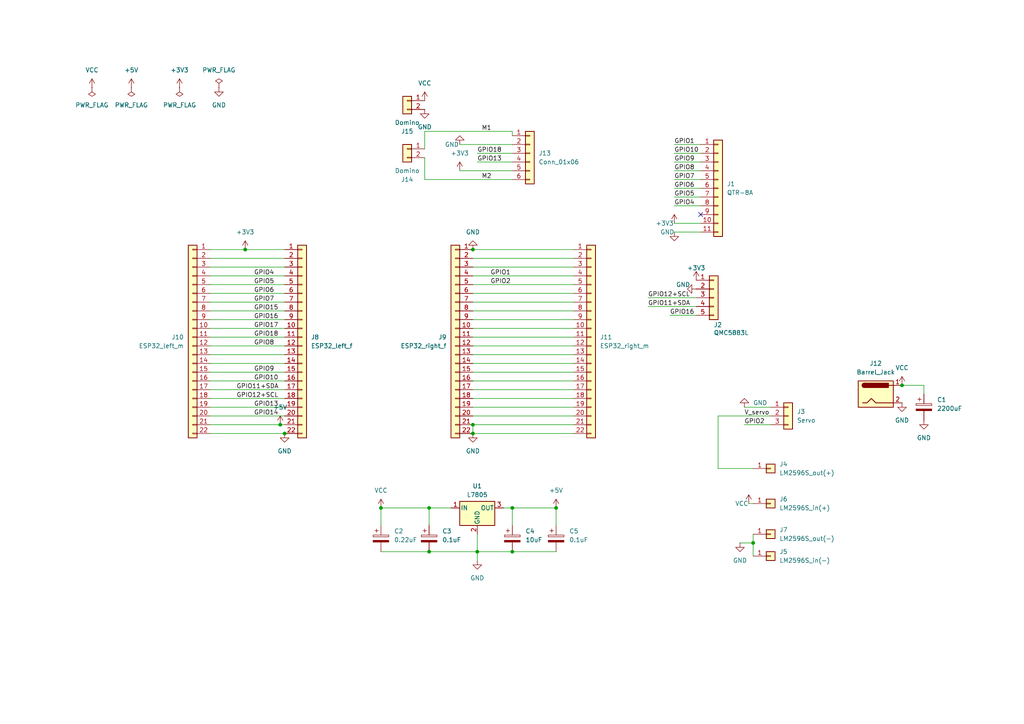
<source format=kicad_sch>
(kicad_sch (version 20250114) (generator "eeschema") (generator_version "9.0")
  (paper "A4")
  (lib_symbols
    (symbol "Connector:Barrel_Jack" (pin_names (offset 1.016))
      (property "Reference" "J" (at 0 5.334 0))
      (property "Value" "Barrel_Jack" (at 0 -5.08 0))
      (symbol "Barrel_Jack_0_1"
        (rectangle (start -5.08 3.81) (end 5.08 -3.81) (stroke (width 0.254)) (fill (type background)))
        (polyline (pts (xy -3.81 -2.54) (xy -2.54 -2.54) (xy -1.27 -1.27) (xy 0 -2.54) (xy 2.54 -2.54) (xy 5.08 -2.54)) (stroke (width 0.254)))
        (arc (start -3.302 1.905) (mid -3.9343 2.54) (end -3.302 3.175) (stroke (width 0.254)))
        (arc (start -3.302 1.905) (mid -3.9343 2.54) (end -3.302 3.175) (stroke (width 0.254)) (fill (type outline)))
        (rectangle (start 3.683 3.175) (end -3.302 1.905) (stroke (width 0.254)) (fill (type outline)))
        (polyline (pts (xy 5.08 2.54) (xy 3.81 2.54)) (stroke (width 0.254)))
      )
      (symbol "Barrel_Jack_1_1"
        (pin passive line (at 7.62 2.54 180) (length 2.54) (name "~") (number "1"))
        (pin passive line (at 7.62 -2.54 180) (length 2.54) (name "~") (number "2"))
      )
    )
    (symbol "Connector_Generic:Conn_01x01" (pin_names (offset 1.016) (hide yes))
      (property "Reference" "J" (at 0 2.54 0))
      (property "Value" "Conn_01x01" (at 0 -2.54 0))
      (symbol "Conn_01x01_1_1"
        (rectangle (start -1.27 1.27) (end 1.27 -1.27) (stroke (width 0.254)) (fill (type background)))
        (rectangle (start -1.27 0.127) (end 0 -0.127) (stroke (width 0.1524)))
        (pin passive line (at -5.08 0 0) (length 3.81) (name "Pin_1") (number "1"))
      )
    )
    (symbol "Connector_Generic:Conn_01x02" (pin_names (offset 1.016) (hide yes))
      (property "Reference" "J" (at 0 2.54 0))
      (property "Value" "Conn_01x02" (at 0 -5.08 0))
      (symbol "Conn_01x02_1_1"
        (rectangle (start -1.27 1.27) (end 1.27 -3.81) (stroke (width 0.254)) (fill (type background)))
        (rectangle (start -1.27 0.127) (end 0 -0.127) (stroke (width 0.1524)))
        (rectangle (start -1.27 -2.413) (end 0 -2.667) (stroke (width 0.1524)))
        (pin passive line (at -5.08 0 0) (length 3.81) (name "Pin_1") (number "1"))
        (pin passive line (at -5.08 -2.54 0) (length 3.81) (name "Pin_2") (number "2"))
      )
    )
    (symbol "Connector_Generic:Conn_01x03" (pin_names (offset 1.016) (hide yes))
      (property "Reference" "J" (at 0 5.08 0))
      (property "Value" "Conn_01x03" (at 0 -5.08 0))
      (symbol "Conn_01x03_1_1"
        (rectangle (start -1.27 3.81) (end 1.27 -3.81) (stroke (width 0.254)) (fill (type background)))
        (rectangle (start -1.27 2.667) (end 0 2.413) (stroke (width 0.1524)))
        (rectangle (start -1.27 0.127) (end 0 -0.127) (stroke (width 0.1524)))
        (rectangle (start -1.27 -2.413) (end 0 -2.667) (stroke (width 0.1524)))
        (pin passive line (at -5.08 2.54 0) (length 3.81) (name "Pin_1") (number "1"))
        (pin passive line (at -5.08 0 0) (length 3.81) (name "Pin_2") (number "2"))
        (pin passive line (at -5.08 -2.54 0) (length 3.81) (name "Pin_3") (number "3"))
      )
    )
    (symbol "Connector_Generic:Conn_01x05" (pin_names (offset 1.016) (hide yes))
      (property "Reference" "J" (at 0 7.62 0))
      (property "Value" "Conn_01x05" (at 0 -7.62 0))
      (symbol "Conn_01x05_1_1"
        (rectangle (start -1.27 6.35) (end 1.27 -6.35) (stroke (width 0.254)) (fill (type background)))
        (rectangle (start -1.27 5.207) (end 0 4.953) (stroke (width 0.1524)))
        (rectangle (start -1.27 2.667) (end 0 2.413) (stroke (width 0.1524)))
        (rectangle (start -1.27 0.127) (end 0 -0.127) (stroke (width 0.1524)))
        (rectangle (start -1.27 -2.413) (end 0 -2.667) (stroke (width 0.1524)))
        (rectangle (start -1.27 -4.953) (end 0 -5.207) (stroke (width 0.1524)))
        (pin passive line (at -5.08 5.08 0) (length 3.81) (name "Pin_1") (number "1"))
        (pin passive line (at -5.08 2.54 0) (length 3.81) (name "Pin_2") (number "2"))
        (pin passive line (at -5.08 0 0) (length 3.81) (name "Pin_3") (number "3"))
        (pin passive line (at -5.08 -2.54 0) (length 3.81) (name "Pin_4") (number "4"))
        (pin passive line (at -5.08 -5.08 0) (length 3.81) (name "Pin_5") (number "5"))
      )
    )
    (symbol "Connector_Generic:Conn_01x06" (pin_names (offset 1.016) (hide yes))
      (property "Reference" "J" (at 0 7.62 0))
      (property "Value" "Conn_01x06" (at 0 -10.16 0))
      (symbol "Conn_01x06_1_1"
        (rectangle (start -1.27 6.35) (end 1.27 -8.89) (stroke (width 0.254)) (fill (type background)))
        (rectangle (start -1.27 5.207) (end 0 4.953) (stroke (width 0.1524)))
        (rectangle (start -1.27 2.667) (end 0 2.413) (stroke (width 0.1524)))
        (rectangle (start -1.27 0.127) (end 0 -0.127) (stroke (width 0.1524)))
        (rectangle (start -1.27 -2.413) (end 0 -2.667) (stroke (width 0.1524)))
        (rectangle (start -1.27 -4.953) (end 0 -5.207) (stroke (width 0.1524)))
        (rectangle (start -1.27 -7.493) (end 0 -7.747) (stroke (width 0.1524)))
        (pin passive line (at -5.08 5.08 0) (length 3.81) (name "Pin_1") (number "1"))
        (pin passive line (at -5.08 2.54 0) (length 3.81) (name "Pin_2") (number "2"))
        (pin passive line (at -5.08 0 0) (length 3.81) (name "Pin_3") (number "3"))
        (pin passive line (at -5.08 -2.54 0) (length 3.81) (name "Pin_4") (number "4"))
        (pin passive line (at -5.08 -5.08 0) (length 3.81) (name "Pin_5") (number "5"))
        (pin passive line (at -5.08 -7.62 0) (length 3.81) (name "Pin_6") (number "6"))
      )
    )
    (symbol "Connector_Generic:Conn_01x11" (pin_names (offset 1.016) (hide yes))
      (property "Reference" "J" (at 0 15.24 0))
      (property "Value" "Conn_01x11" (at 0 -15.24 0))
      (symbol "Conn_01x11_1_1"
        (rectangle (start -1.27 13.97) (end 1.27 -13.97) (stroke (width 0.254)) (fill (type background)))
        (rectangle (start -1.27 12.827) (end 0 12.573) (stroke (width 0.1524)))
        (rectangle (start -1.27 10.287) (end 0 10.033) (stroke (width 0.1524)))
        (rectangle (start -1.27 7.747) (end 0 7.493) (stroke (width 0.1524)))
        (rectangle (start -1.27 5.207) (end 0 4.953) (stroke (width 0.1524)))
        (rectangle (start -1.27 2.667) (end 0 2.413) (stroke (width 0.1524)))
        (rectangle (start -1.27 0.127) (end 0 -0.127) (stroke (width 0.1524)))
        (rectangle (start -1.27 -2.413) (end 0 -2.667) (stroke (width 0.1524)))
        (rectangle (start -1.27 -4.953) (end 0 -5.207) (stroke (width 0.1524)))
        (rectangle (start -1.27 -7.493) (end 0 -7.747) (stroke (width 0.1524)))
        (rectangle (start -1.27 -10.033) (end 0 -10.287) (stroke (width 0.1524)))
        (rectangle (start -1.27 -12.573) (end 0 -12.827) (stroke (width 0.1524)))
        (pin passive line (at -5.08 12.7 0) (length 3.81) (name "Pin_1") (number "1"))
        (pin passive line (at -5.08 10.16 0) (length 3.81) (name "Pin_2") (number "2"))
        (pin passive line (at -5.08 7.62 0) (length 3.81) (name "Pin_3") (number "3"))
        (pin passive line (at -5.08 5.08 0) (length 3.81) (name "Pin_4") (number "4"))
        (pin passive line (at -5.08 2.54 0) (length 3.81) (name "Pin_5") (number "5"))
        (pin passive line (at -5.08 0 0) (length 3.81) (name "Pin_6") (number "6"))
        (pin passive line (at -5.08 -2.54 0) (length 3.81) (name "Pin_7") (number "7"))
        (pin passive line (at -5.08 -5.08 0) (length 3.81) (name "Pin_8") (number "8"))
        (pin passive line (at -5.08 -7.62 0) (length 3.81) (name "Pin_9") (number "9"))
        (pin passive line (at -5.08 -10.16 0) (length 3.81) (name "Pin_10") (number "10"))
        (pin passive line (at -5.08 -12.7 0) (length 3.81) (name "Pin_11") (number "11"))
      )
    )
    (symbol "Connector_Generic:Conn_01x22" (pin_names (offset 1.016) (hide yes))
      (property "Reference" "J" (at 0 27.94 0))
      (property "Value" "Conn_01x22" (at 0 -30.48 0))
      (symbol "Conn_01x22_1_1"
        (rectangle (start -1.27 26.67) (end 1.27 -29.21) (stroke (width 0.254)) (fill (type background)))
        (rectangle (start -1.27 25.527) (end 0 25.273) (stroke (width 0.1524)))
        (rectangle (start -1.27 22.987) (end 0 22.733) (stroke (width 0.1524)))
        (rectangle (start -1.27 20.447) (end 0 20.193) (stroke (width 0.1524)))
        (rectangle (start -1.27 17.907) (end 0 17.653) (stroke (width 0.1524)))
        (rectangle (start -1.27 15.367) (end 0 15.113) (stroke (width 0.1524)))
        (rectangle (start -1.27 12.827) (end 0 12.573) (stroke (width 0.1524)))
        (rectangle (start -1.27 10.287) (end 0 10.033) (stroke (width 0.1524)))
        (rectangle (start -1.27 7.747) (end 0 7.493) (stroke (width 0.1524)))
        (rectangle (start -1.27 5.207) (end 0 4.953) (stroke (width 0.1524)))
        (rectangle (start -1.27 2.667) (end 0 2.413) (stroke (width 0.1524)))
        (rectangle (start -1.27 0.127) (end 0 -0.127) (stroke (width 0.1524)))
        (rectangle (start -1.27 -2.413) (end 0 -2.667) (stroke (width 0.1524)))
        (rectangle (start -1.27 -4.953) (end 0 -5.207) (stroke (width 0.1524)))
        (rectangle (start -1.27 -7.493) (end 0 -7.747) (stroke (width 0.1524)))
        (rectangle (start -1.27 -10.033) (end 0 -10.287) (stroke (width 0.1524)))
        (rectangle (start -1.27 -12.573) (end 0 -12.827) (stroke (width 0.1524)))
        (rectangle (start -1.27 -15.113) (end 0 -15.367) (stroke (width 0.1524)))
        (rectangle (start -1.27 -17.653) (end 0 -17.907) (stroke (width 0.1524)))
        (rectangle (start -1.27 -20.193) (end 0 -20.447) (stroke (width 0.1524)))
        (rectangle (start -1.27 -22.733) (end 0 -22.987) (stroke (width 0.1524)))
        (rectangle (start -1.27 -25.273) (end 0 -25.527) (stroke (width 0.1524)))
        (rectangle (start -1.27 -27.813) (end 0 -28.067) (stroke (width 0.1524)))
        (pin passive line (at -5.08 25.4 0) (length 3.81) (name "Pin_1") (number "1"))
        (pin passive line (at -5.08 22.86 0) (length 3.81) (name "Pin_2") (number "2"))
        (pin passive line (at -5.08 20.32 0) (length 3.81) (name "Pin_3") (number "3"))
        (pin passive line (at -5.08 17.78 0) (length 3.81) (name "Pin_4") (number "4"))
        (pin passive line (at -5.08 15.24 0) (length 3.81) (name "Pin_5") (number "5"))
        (pin passive line (at -5.08 12.7 0) (length 3.81) (name "Pin_6") (number "6"))
        (pin passive line (at -5.08 10.16 0) (length 3.81) (name "Pin_7") (number "7"))
        (pin passive line (at -5.08 7.62 0) (length 3.81) (name "Pin_8") (number "8"))
        (pin passive line (at -5.08 5.08 0) (length 3.81) (name "Pin_9") (number "9"))
        (pin passive line (at -5.08 2.54 0) (length 3.81) (name "Pin_10") (number "10"))
        (pin passive line (at -5.08 0 0) (length 3.81) (name "Pin_11") (number "11"))
        (pin passive line (at -5.08 -2.54 0) (length 3.81) (name "Pin_12") (number "12"))
        (pin passive line (at -5.08 -5.08 0) (length 3.81) (name "Pin_13") (number "13"))
        (pin passive line (at -5.08 -7.62 0) (length 3.81) (name "Pin_14") (number "14"))
        (pin passive line (at -5.08 -10.16 0) (length 3.81) (name "Pin_15") (number "15"))
        (pin passive line (at -5.08 -12.7 0) (length 3.81) (name "Pin_16") (number "16"))
        (pin passive line (at -5.08 -15.24 0) (length 3.81) (name "Pin_17") (number "17"))
        (pin passive line (at -5.08 -17.78 0) (length 3.81) (name "Pin_18") (number "18"))
        (pin passive line (at -5.08 -20.32 0) (length 3.81) (name "Pin_19") (number "19"))
        (pin passive line (at -5.08 -22.86 0) (length 3.81) (name "Pin_20") (number "20"))
        (pin passive line (at -5.08 -25.4 0) (length 3.81) (name "Pin_21") (number "21"))
        (pin passive line (at -5.08 -27.94 0) (length 3.81) (name "Pin_22") (number "22"))
      )
    )
    (symbol "Device:C_Polarized" (pin_numbers (hide yes)) (pin_names (offset 0.254))
      (property "Reference" "C" (at 0.635 2.54 0))
      (property "Value" "C_Polarized" (at 0.635 -2.54 0))
      (symbol "C_Polarized_0_1"
        (rectangle (start -2.286 0.508) (end 2.286 1.016))
        (polyline (pts (xy -1.778 2.286) (xy -0.762 2.286)))
        (polyline (pts (xy -1.27 2.794) (xy -1.27 1.778)))
        (rectangle (start 2.286 -0.508) (end -2.286 -1.016) (fill (type outline)))
      )
      (symbol "C_Polarized_1_1"
        (pin passive line (at 0 3.81 270) (length 2.794) (name "~") (number "1"))
        (pin passive line (at 0 -3.81 90) (length 2.794) (name "~") (number "2"))
      )
    )
    (symbol "Regulator_Linear:L7805" (pin_names (offset 0.254))
      (property "Reference" "U" (at -3.81 3.175 0))
      (property "Value" "L7805" (at 0 3.175 0))
      (symbol "L7805_0_1"
        (rectangle (start -5.08 1.905) (end 5.08 -5.08) (stroke (width 0.254)) (fill (type background)))
      )
      (symbol "L7805_1_1"
        (pin power_in line (at -7.62 0 0) (length 2.54) (name "IN") (number "1"))
        (pin power_in line (at 0 -7.62 90) (length 2.54) (name "GND") (number "2"))
        (pin power_out line (at 7.62 0 180) (length 2.54) (name "OUT") (number "3"))
      )
    )
    (symbol "power:+3V3" (power) (pin_numbers (hide yes)) (pin_names (offset 0) (hide yes))
      (property "Value" "+3V3" (at 0 3.556 0))
      (symbol "+3V3_0_1"
        (polyline (pts (xy -0.762 1.27) (xy 0 2.54)))
        (polyline (pts (xy 0 2.54) (xy 0.762 1.27)))
        (polyline (pts (xy 0 0) (xy 0 2.54)))
      )
      (symbol "+3V3_1_1"
        (pin power_in line (at 0 0 90) (length 0) (name "~") (number "1"))
      )
    )
    (symbol "power:+5V" (power) (pin_numbers (hide yes)) (pin_names (offset 0) (hide yes))
      (property "Value" "+5V" (at 0 3.556 0))
      (symbol "+5V_0_1"
        (polyline (pts (xy -0.762 1.27) (xy 0 2.54)))
        (polyline (pts (xy 0 2.54) (xy 0.762 1.27)))
        (polyline (pts (xy 0 0) (xy 0 2.54)))
      )
      (symbol "+5V_1_1"
        (pin power_in line (at 0 0 90) (length 0) (name "~") (number "1"))
      )
    )
    (symbol "power:GND" (power) (pin_numbers (hide yes)) (pin_names (offset 0) (hide yes))
      (property "Value" "GND" (at 0 -3.81 0))
      (symbol "GND_0_1"
        (polyline (pts (xy 0 0) (xy 0 -1.27) (xy 1.27 -1.27) (xy 0 -2.54) (xy -1.27 -1.27) (xy 0 -1.27)))
      )
      (symbol "GND_1_1"
        (pin power_in line (at 0 0 270) (length 0) (name "~") (number "1"))
      )
    )
    (symbol "power:PWR_FLAG" (power) (pin_numbers (hide yes)) (pin_names (offset 0) (hide yes))
      (property "Value" "PWR_FLAG" (at 0 3.81 0))
      (symbol "PWR_FLAG_0_0"
        (pin power_out line (at 0 0 90) (length 0) (name "~") (number "1"))
      )
      (symbol "PWR_FLAG_0_1"
        (polyline (pts (xy 0 0) (xy 0 1.27) (xy -1.016 1.905) (xy 0 2.54) (xy 1.016 1.905) (xy 0 1.27)))
      )
    )
    (symbol "power:VCC" (power) (pin_numbers (hide yes)) (pin_names (offset 0) (hide yes))
      (property "Value" "VCC" (at 0 3.556 0))
      (symbol "VCC_0_1"
        (polyline (pts (xy -0.762 1.27) (xy 0 2.54)))
        (polyline (pts (xy 0 2.54) (xy 0.762 1.27)))
        (polyline (pts (xy 0 0) (xy 0 2.54)))
      )
      (symbol "VCC_1_1"
        (pin power_in line (at 0 0 90) (length 0) (name "~") (number "1"))
      )
    )
  )
  (junction (at 110.49 147.32))
  (junction (at 124.46 160.02))
  (junction (at 71.12 72.39))
  (junction (at 82.55 125.73))
  (junction (at 218.44 157.48))
  (junction (at 138.43 160.02))
  (junction (at 161.29 147.32))
  (junction (at 148.59 147.32))
  (junction (at 137.16 123.19))
  (junction (at 148.59 160.02))
  (junction (at 81.28 123.19))
  (junction (at 261.62 111.76))
  (junction (at 137.16 72.39))
  (junction (at 124.46 147.32))
  (junction (at 137.16 125.73))
  (no_connect (at 203.2 62.23))
  (wire (pts (xy 166.37 105.41) (xy 137.16 105.41)))
  (wire (pts (xy 218.44 157.48) (xy 218.44 161.29)))
  (wire (pts (xy 195.58 67.31) (xy 203.2 67.31)))
  (wire (pts (xy 138.43 44.45) (xy 148.59 44.45)))
  (wire (pts (xy 166.37 107.95) (xy 137.16 107.95)))
  (wire (pts (xy 166.37 123.19) (xy 137.16 123.19)))
  (wire (pts (xy 195.58 41.91) (xy 203.2 41.91)))
  (wire (pts (xy 60.96 90.17) (xy 82.55 90.17)))
  (wire (pts (xy 123.19 38.1) (xy 148.59 38.1)))
  (wire (pts (xy 166.37 95.25) (xy 137.16 95.25)))
  (wire (pts (xy 195.58 44.45) (xy 203.2 44.45)))
  (wire (pts (xy 215.9 118.11) (xy 223.52 118.11)))
  (wire (pts (xy 161.29 152.4) (xy 161.29 147.32)))
  (wire (pts (xy 60.96 105.41) (xy 82.55 105.41)))
  (wire (pts (xy 146.05 147.32) (xy 148.59 147.32)))
  (wire (pts (xy 148.59 38.1) (xy 148.59 39.37)))
  (wire (pts (xy 124.46 147.32) (xy 124.46 152.4)))
  (wire (pts (xy 166.37 87.63) (xy 137.16 87.63)))
  (wire (pts (xy 166.37 100.33) (xy 137.16 100.33)))
  (wire (pts (xy 195.58 52.07) (xy 203.2 52.07)))
  (wire (pts (xy 60.96 125.73) (xy 82.55 125.73)))
  (wire (pts (xy 166.37 102.87) (xy 137.16 102.87)))
  (wire (pts (xy 166.37 82.55) (xy 137.16 82.55)))
  (wire (pts (xy 124.46 147.32) (xy 130.81 147.32)))
  (wire (pts (xy 60.96 72.39) (xy 71.12 72.39)))
  (wire (pts (xy 195.58 57.15) (xy 203.2 57.15)))
  (wire (pts (xy 138.43 162.56) (xy 138.43 160.02)))
  (wire (pts (xy 60.96 123.19) (xy 81.28 123.19)))
  (wire (pts (xy 60.96 100.33) (xy 82.55 100.33)))
  (wire (pts (xy 214.63 157.48) (xy 218.44 157.48)))
  (wire (pts (xy 138.43 46.99) (xy 148.59 46.99)))
  (wire (pts (xy 166.37 115.57) (xy 137.16 115.57)))
  (wire (pts (xy 195.58 54.61) (xy 203.2 54.61)))
  (wire (pts (xy 138.43 160.02) (xy 138.43 154.94)))
  (wire (pts (xy 60.96 85.09) (xy 82.55 85.09)))
  (wire (pts (xy 110.49 147.32) (xy 124.46 147.32)))
  (wire (pts (xy 166.37 113.03) (xy 137.16 113.03)))
  (wire (pts (xy 166.37 97.79) (xy 137.16 97.79)))
  (wire (pts (xy 195.58 46.99) (xy 203.2 46.99)))
  (wire (pts (xy 208.28 120.65) (xy 223.52 120.65)))
  (wire (pts (xy 215.9 123.19) (xy 223.52 123.19)))
  (wire (pts (xy 166.37 125.73) (xy 137.16 125.73)))
  (wire (pts (xy 133.35 41.91) (xy 148.59 41.91)))
  (wire (pts (xy 138.43 160.02) (xy 148.59 160.02)))
  (wire (pts (xy 137.16 123.19) (xy 137.16 125.73)))
  (wire (pts (xy 208.28 120.65) (xy 208.28 135.89)))
  (wire (pts (xy 60.96 110.49) (xy 82.55 110.49)))
  (wire (pts (xy 195.58 49.53) (xy 203.2 49.53)))
  (wire (pts (xy 166.37 72.39) (xy 137.16 72.39)))
  (wire (pts (xy 123.19 45.72) (xy 123.19 52.07)))
  (wire (pts (xy 148.59 160.02) (xy 161.29 160.02)))
  (wire (pts (xy 60.96 87.63) (xy 82.55 87.63)))
  (wire (pts (xy 195.58 59.69) (xy 203.2 59.69)))
  (wire (pts (xy 110.49 152.4) (xy 110.49 147.32)))
  (wire (pts (xy 133.35 49.53) (xy 148.59 49.53)))
  (wire (pts (xy 166.37 80.01) (xy 137.16 80.01)))
  (wire (pts (xy 218.44 154.94) (xy 218.44 157.48)))
  (wire (pts (xy 60.96 102.87) (xy 82.55 102.87)))
  (wire (pts (xy 166.37 74.93) (xy 137.16 74.93)))
  (wire (pts (xy 267.97 111.76) (xy 267.97 114.3)))
  (wire (pts (xy 123.19 52.07) (xy 148.59 52.07)))
  (wire (pts (xy 166.37 85.09) (xy 137.16 85.09)))
  (wire (pts (xy 110.49 160.02) (xy 124.46 160.02)))
  (wire (pts (xy 71.12 72.39) (xy 82.55 72.39)))
  (wire (pts (xy 166.37 120.65) (xy 137.16 120.65)))
  (wire (pts (xy 60.96 120.65) (xy 82.55 120.65)))
  (wire (pts (xy 60.96 82.55) (xy 82.55 82.55)))
  (wire (pts (xy 208.28 135.89) (xy 218.44 135.89)))
  (wire (pts (xy 60.96 95.25) (xy 82.55 95.25)))
  (wire (pts (xy 60.96 77.47) (xy 82.55 77.47)))
  (wire (pts (xy 60.96 118.11) (xy 82.55 118.11)))
  (wire (pts (xy 166.37 77.47) (xy 137.16 77.47)))
  (wire (pts (xy 187.96 88.9) (xy 201.93 88.9)))
  (wire (pts (xy 60.96 74.93) (xy 82.55 74.93)))
  (wire (pts (xy 166.37 110.49) (xy 137.16 110.49)))
  (wire (pts (xy 166.37 90.17) (xy 137.16 90.17)))
  (wire (pts (xy 218.44 146.05) (xy 217.17 146.05)))
  (wire (pts (xy 60.96 115.57) (xy 82.55 115.57)))
  (wire (pts (xy 60.96 92.71) (xy 82.55 92.71)))
  (wire (pts (xy 81.28 123.19) (xy 82.55 123.19)))
  (wire (pts (xy 124.46 160.02) (xy 138.43 160.02)))
  (wire (pts (xy 166.37 118.11) (xy 137.16 118.11)))
  (wire (pts (xy 148.59 147.32) (xy 161.29 147.32)))
  (wire (pts (xy 123.19 43.18) (xy 123.19 38.1)))
  (wire (pts (xy 148.59 152.4) (xy 148.59 147.32)))
  (wire (pts (xy 261.62 111.76) (xy 267.97 111.76)))
  (wire (pts (xy 194.31 91.44) (xy 201.93 91.44)))
  (wire (pts (xy 195.58 64.77) (xy 203.2 64.77)))
  (wire (pts (xy 166.37 92.71) (xy 137.16 92.71)))
  (wire (pts (xy 60.96 113.03) (xy 82.55 113.03)))
  (wire (pts (xy 187.96 86.36) (xy 201.93 86.36)))
  (wire (pts (xy 60.96 107.95) (xy 82.55 107.95)))
  (wire (pts (xy 60.96 80.01) (xy 82.55 80.01)))
  (wire (pts (xy 60.96 97.79) (xy 82.55 97.79)))
  (label "GPIO9" (at 73.66 107.95 0))
  (label "GPIO6" (at 73.66 85.09 0))
  (label "GPIO12+SCL" (at 68.58 115.57 0))
  (label "GPIO6" (at 195.58 54.61 0))
  (label "GPIO16" (at 73.66 92.71 0))
  (label "GPIO12+SCL" (at 187.96 86.36 0))
  (label "GPIO17" (at 73.66 95.25 0))
  (label "V_servo" (at 215.9 120.65 0))
  (label "GPIO5" (at 195.58 57.15 0))
  (label "GPIO1" (at 142.24 80.01 0))
  (label "GPIO13" (at 73.66 118.11 0))
  (label "GPIO15" (at 73.66 90.17 0))
  (label "GPIO7" (at 195.58 52.07 0))
  (label "GPIO10" (at 73.66 110.49 0))
  (label "GPIO8" (at 73.66 100.33 0))
  (label "GPIO2" (at 215.9 123.19 0))
  (label "GPIO10" (at 195.58 44.45 0))
  (label "GPIO11+SDA" (at 187.96 88.9 0))
  (label "GPIO11+SDA" (at 68.58 113.03 0))
  (label "GPIO14" (at 73.66 120.65 0))
  (label "M2" (at 139.7 52.07 0))
  (label "GPIO18" (at 138.43 44.45 0))
  (label "GPIO1" (at 195.58 41.91 0))
  (label "GPIO8" (at 195.58 49.53 0))
  (label "GPIO4" (at 73.66 80.01 0))
  (label "GPIO4" (at 195.58 59.69 0))
  (label "GPIO2" (at 142.24 82.55 0))
  (label "GPIO7" (at 73.66 87.63 0))
  (label "M1" (at 139.7 38.1 0))
  (label "GPIO9" (at 195.58 46.99 0))
  (label "GPIO5" (at 73.66 82.55 0))
  (label "GPIO13" (at 138.43 46.99 0))
  (label "GPIO16" (at 194.31 91.44 0))
  (label "GPIO18" (at 73.66 97.79 0))
  (symbol (lib_id "power:+3V3") (at 71.12 72.39 0) (unit 1)
    (property "Reference" "#PWR01" (effects (hide yes)))
    (property "Value" "+3V3" (at 71.12 67.31 0))
    (property "Description" "Power symbol creates a global label with name \"+3V3\"" (effects (hide yes)))
  )
  (symbol (lib_id "power:+3V3") (at 195.58 64.77 0) (unit 1)
    (property "Reference" "#PWR06" (effects (hide yes)))
    (property "Value" "+3V3" (at 192.786 64.77 0))
    (property "Description" "Power symbol creates a global label with name \"+3V3\"" (effects (hide yes)))
  )
  (symbol (lib_id "Connector_Generic:Conn_01x22") (at 55.88 97.79 0) (mirror y) (unit 1)
    (property "Reference" "J10" (at 53.34 97.7899 0) (effects (justify left)))
    (property "Value" "ESP32_left_m" (at 53.34 100.3299 0) (effects (justify left)))
    (property "Footprint" "Connector_PinHeader_2.54mm:PinHeader_1x22_P2.54mm_Vertical" (effects (hide yes)))
    (property "Description" "Generic connector, single row, 01x22, script generated (kicad-library-utils/schlib/autogen/connector/)" (effects (hide yes)))
  )
  (symbol (lib_id "power:PWR_FLAG") (at 52.07 25.4 180) (unit 1)
    (property "Reference" "#FLG02" (effects (hide yes)))
    (property "Value" "PWR_FLAG" (at 52.07 30.48 0))
    (property "Description" "Special symbol for telling ERC where power comes from" (effects (hide yes)))
  )
  (symbol (lib_id "Connector_Generic:Conn_01x11") (at 208.28 54.61 0) (unit 1)
    (property "Reference" "J1" (at 210.82 53.3399 0) (effects (justify left)))
    (property "Value" "QTR-8A" (at 210.82 55.8799 0) (effects (justify left)))
    (property "Footprint" "Connector_JST:JST_XH_B11B-XH-A_1x11_P2.50mm_Vertical" (effects (hide yes)))
    (property "Description" "Generic connector, single row, 01x11, script generated (kicad-library-utils/schlib/autogen/connector/)" (effects (hide yes)))
  )
  (symbol (lib_id "Connector_Generic:Conn_01x01") (at 223.52 146.05 0) (unit 1)
    (property "Reference" "J6" (at 226.06 144.7799 0) (effects (justify left)))
    (property "Value" "LM2596S_in(+)" (at 226.06 147.3199 0) (effects (justify left)))
    (property "Footprint" "Connector_PinSocket_2.54mm:PinSocket_1x01_P2.54mm_Vertical" (effects (hide yes)))
    (property "Description" "Generic connector, single row, 01x01, script generated (kicad-library-utils/schlib/autogen/connector/)" (effects (hide yes)))
  )
  (symbol (lib_id "power:GND") (at 261.62 116.84 0) (unit 1)
    (property "Reference" "#PWR013" (effects (hide yes)))
    (property "Value" "GND" (at 261.62 121.92 0))
    (property "Description" "Power symbol creates a global label with name \"GND\" , ground" (effects (hide yes)))
  )
  (symbol (lib_id "power:+5V") (at 38.1 25.4 0) (unit 1)
    (property "Reference" "#PWR016" (effects (hide yes)))
    (property "Value" "+5V" (at 38.1 20.32 0))
    (property "Description" "Power symbol creates a global label with name \"+5V\"" (effects (hide yes)))
  )
  (symbol (lib_id "power:VCC") (at 217.17 146.05 0) (unit 1)
    (property "Reference" "#PWR011" (effects (hide yes)))
    (property "Value" "VCC" (at 215.138 146.05 0))
    (property "Description" "Power symbol creates a global label with name \"VCC\"" (effects (hide yes)))
  )
  (symbol (lib_id "power:PWR_FLAG") (at 63.5 25.4 0) (unit 1)
    (property "Reference" "#FLG03" (effects (hide yes)))
    (property "Value" "PWR_FLAG" (at 63.5 20.32 0))
    (property "Description" "Special symbol for telling ERC where power comes from" (effects (hide yes)))
  )
  (symbol (lib_id "Connector_Generic:Conn_01x22") (at 132.08 97.79 0) (mirror y) (unit 1)
    (property "Reference" "J9" (at 129.54 97.7899 0) (effects (justify left)))
    (property "Value" "ESP32_right_f" (at 129.54 100.3299 0) (effects (justify left)))
    (property "Footprint" "Connector_PinSocket_2.54mm:PinSocket_1x22_P2.54mm_Vertical" (effects (hide yes)))
    (property "Description" "Generic connector, single row, 01x22, script generated (kicad-library-utils/schlib/autogen/connector/)" (effects (hide yes)))
  )
  (symbol (lib_id "power:GND") (at 201.93 83.82 270) (unit 1)
    (property "Reference" "#PWR012" (effects (hide yes)))
    (property "Value" "GND" (at 198.12 82.55 90))
    (property "Description" "Power symbol creates a global label with name \"GND\" , ground" (effects (hide yes)))
  )
  (symbol (lib_id "power:GND") (at 133.35 41.91 180) (unit 1)
    (property "Reference" "#PWR021" (effects (hide yes)))
    (property "Value" "GND" (at 131.064 41.91 0))
    (property "Description" "Power symbol creates a global label with name \"GND\" , ground" (effects (hide yes)))
  )
  (symbol (lib_id "power:VCC") (at 261.62 111.76 0) (unit 1)
    (property "Reference" "#PWR014" (effects (hide yes)))
    (property "Value" "VCC" (at 261.62 106.68 0))
    (property "Description" "Power symbol creates a global label with name \"VCC\"" (effects (hide yes)))
  )
  (symbol (lib_id "power:GND") (at 215.9 118.11 180) (unit 1)
    (property "Reference" "#PWR09" (effects (hide yes)))
    (property "Value" "GND" (at 218.44 116.8399 0) (effects (justify right)))
    (property "Description" "Power symbol creates a global label with name \"GND\" , ground" (effects (hide yes)))
  )
  (symbol (lib_id "Device:C_Polarized") (at 161.29 156.21 0) (unit 1)
    (property "Reference" "C5" (at 165.1 154.0509 0) (effects (justify left)))
    (property "Value" "0.1uF" (at 165.1 156.5909 0) (effects (justify left)))
    (property "Footprint" "Capacitor_THT:CP_Radial_Tantal_D4.5mm_P2.50mm" (effects (hide yes)))
    (property "Description" "Polarized capacitor" (effects (hide yes)))
  )
  (symbol (lib_id "Connector:Barrel_Jack") (at 254 114.3 0) (unit 1)
    (property "Reference" "J12" (at 254 105.41 0))
    (property "Value" "Barrel_Jack" (at 254 107.95 0))
    (property "Footprint" "Connector_BarrelJack:BarrelJack_GCT_DCJ200-10-A_Horizontal" (effects (hide yes)))
    (property "Description" "DC Barrel Jack" (effects (hide yes)))
  )
  (symbol (lib_id "Connector_Generic:Conn_01x01") (at 223.52 154.94 0) (unit 1)
    (property "Reference" "J7" (at 226.06 153.6699 0) (effects (justify left)))
    (property "Value" "LM2596S_out(-)" (at 226.06 156.2099 0) (effects (justify left)))
    (property "Footprint" "Connector_PinSocket_2.54mm:PinSocket_1x01_P2.54mm_Vertical" (effects (hide yes)))
    (property "Description" "Generic connector, single row, 01x01, script generated (kicad-library-utils/schlib/autogen/connector/)" (effects (hide yes)))
  )
  (symbol (lib_id "Device:C_Polarized") (at 267.97 118.11 0) (unit 1)
    (property "Reference" "C1" (at 271.78 115.9509 0) (effects (justify left)))
    (property "Value" "2200uF" (at 271.78 118.4909 0) (effects (justify left)))
    (property "Footprint" "Capacitor_THT:CP_Radial_D10.0mm_P5.00mm" (effects (hide yes)))
    (property "Description" "Polarized capacitor" (effects (hide yes)))
  )
  (symbol (lib_id "power:VCC") (at 123.19 29.21 0) (unit 1)
    (property "Reference" "#PWR022" (effects (hide yes)))
    (property "Value" "VCC" (at 123.19 24.13 0))
    (property "Description" "Power symbol creates a global label with name \"VCC\"" (effects (hide yes)))
  )
  (symbol (lib_id "Connector_Generic:Conn_01x03") (at 228.6 120.65 0) (unit 1)
    (property "Reference" "J3" (at 231.14 119.3799 0) (effects (justify left)))
    (property "Value" "Servo" (at 231.14 121.9199 0) (effects (justify left)))
    (property "Footprint" "Connector_JST:JST_XH_B3B-XH-A_1x03_P2.50mm_Vertical" (effects (hide yes)))
    (property "Description" "Generic connector, single row, 01x03, script generated (kicad-library-utils/schlib/autogen/connector/)" (effects (hide yes)))
  )
  (symbol (lib_id "power:GND") (at 82.55 125.73 0) (unit 1)
    (property "Reference" "#PWR03" (effects (hide yes)))
    (property "Value" "GND" (at 82.55 130.81 0))
    (property "Description" "Power symbol creates a global label with name \"GND\" , ground" (effects (hide yes)))
  )
  (symbol (lib_id "Connector_Generic:Conn_01x02") (at 118.11 29.21 0) (mirror y) (unit 1)
    (property "Reference" "J15" (at 118.11 38.1 0))
    (property "Value" "Domino" (at 118.11 35.56 0))
    (property "Footprint" "TerminalBlock_Phoenix:TerminalBlock_Phoenix_MKDS-1,5-2_1x02_P5.00mm_Horizontal" (effects (hide yes)))
    (property "Description" "Generic connector, single row, 01x02, script generated (kicad-library-utils/schlib/autogen/connector/)" (effects (hide yes)))
  )
  (symbol (lib_id "power:+5V") (at 81.28 123.19 0) (unit 1)
    (property "Reference" "#PWR02" (effects (hide yes)))
    (property "Value" "+5V" (at 81.28 118.11 0))
    (property "Description" "Power symbol creates a global label with name \"+5V\"" (effects (hide yes)))
  )
  (symbol (lib_id "Connector_Generic:Conn_01x06") (at 153.67 44.45 0) (unit 1)
    (property "Reference" "J13" (at 156.21 44.4499 0) (effects (justify left)))
    (property "Value" "Conn_01x06" (at 156.21 46.9899 0) (effects (justify left)))
    (property "Footprint" "Connector_JST:JST_XH_B6B-XH-A_1x06_P2.50mm_Vertical" (effects (hide yes)))
    (property "Description" "Generic connector, single row, 01x06, script generated (kicad-library-utils/schlib/autogen/connector/)" (effects (hide yes)))
  )
  (symbol (lib_id "power:+3V3") (at 133.35 49.53 0) (unit 1)
    (property "Reference" "#PWR020" (effects (hide yes)))
    (property "Value" "+3V3" (at 133.35 44.45 0))
    (property "Description" "Power symbol creates a global label with name \"+3V3\"" (effects (hide yes)))
  )
  (symbol (lib_id "Connector_Generic:Conn_01x22") (at 171.45 97.79 0) (unit 1)
    (property "Reference" "J11" (at 173.99 97.7899 0) (effects (justify left)))
    (property "Value" "ESP32_right_m" (at 173.99 100.3299 0) (effects (justify left)))
    (property "Footprint" "Connector_PinHeader_2.54mm:PinHeader_1x22_P2.54mm_Vertical" (effects (hide yes)))
    (property "Description" "Generic connector, single row, 01x22, script generated (kicad-library-utils/schlib/autogen/connector/)" (effects (hide yes)))
  )
  (symbol (lib_id "power:GND") (at 63.5 25.4 0) (unit 1)
    (property "Reference" "#PWR018" (effects (hide yes)))
    (property "Value" "GND" (at 63.5 30.48 0))
    (property "Description" "Power symbol creates a global label with name \"GND\" , ground" (effects (hide yes)))
  )
  (symbol (lib_id "power:GND") (at 195.58 67.31 0) (unit 1)
    (property "Reference" "#PWR07" (effects (hide yes)))
    (property "Value" "GND" (at 193.548 67.31 0))
    (property "Description" "Power symbol creates a global label with name \"GND\" , ground" (effects (hide yes)))
  )
  (symbol (lib_id "power:GND") (at 137.16 72.39 0) (mirror x) (unit 1)
    (property "Reference" "#PWR05" (effects (hide yes)))
    (property "Value" "GND" (at 137.16 67.31 0))
    (property "Description" "Power symbol creates a global label with name \"GND\" , ground" (effects (hide yes)))
  )
  (symbol (lib_id "Device:C_Polarized") (at 124.46 156.21 0) (unit 1)
    (property "Reference" "C3" (at 128.27 154.0509 0) (effects (justify left)))
    (property "Value" "0.1uF" (at 128.27 156.5909 0) (effects (justify left)))
    (property "Footprint" "Capacitor_THT:CP_Radial_Tantal_D4.5mm_P2.50mm" (effects (hide yes)))
    (property "Description" "Polarized capacitor" (effects (hide yes)))
  )
  (symbol (lib_id "power:GND") (at 267.97 121.92 0) (unit 1)
    (property "Reference" "#PWR015" (effects (hide yes)))
    (property "Value" "GND" (at 267.97 127 0))
    (property "Description" "Power symbol creates a global label with name \"GND\" , ground" (effects (hide yes)))
  )
  (symbol (lib_id "power:PWR_FLAG") (at 26.67 25.4 180) (unit 1)
    (property "Reference" "#FLG04" (effects (hide yes)))
    (property "Value" "PWR_FLAG" (at 26.67 30.48 0))
    (property "Description" "Special symbol for telling ERC where power comes from" (effects (hide yes)))
  )
  (symbol (lib_id "Connector_Generic:Conn_01x02") (at 118.11 43.18 0) (mirror y) (unit 1)
    (property "Reference" "J14" (at 118.11 52.07 0))
    (property "Value" "Domino" (at 118.11 49.53 0))
    (property "Footprint" "TerminalBlock_Phoenix:TerminalBlock_Phoenix_MKDS-1,5-2_1x02_P5.00mm_Horizontal" (effects (hide yes)))
    (property "Description" "Generic connector, single row, 01x02, script generated (kicad-library-utils/schlib/autogen/connector/)" (effects (hide yes)))
  )
  (symbol (lib_id "Device:C_Polarized") (at 148.59 156.21 0) (unit 1)
    (property "Reference" "C4" (at 152.4 154.0509 0) (effects (justify left)))
    (property "Value" "10uF" (at 152.4 156.5909 0) (effects (justify left)))
    (property "Footprint" "Capacitor_THT:CP_Radial_D5.0mm_P2.00mm" (effects (hide yes)))
    (property "Description" "Polarized capacitor" (effects (hide yes)))
  )
  (symbol (lib_id "Regulator_Linear:L7805") (at 138.43 147.32 0) (unit 1)
    (property "Reference" "U1" (at 138.43 140.97 0))
    (property "Value" "L7805" (at 138.43 143.51 0))
    (property "Footprint" "Package_TO_SOT_THT:TO-220-3_Horizontal_TabDown" (effects (hide yes)))
    (property "Datasheet" "http://www.st.com/content/ccc/resource/technical/document/datasheet/41/4f/b3/b0/12/d4/47/88/CD00000444.pdf/files/CD00000444.pdf/jcr:content/translations/en.CD00000444.pdf" (effects (hide yes)))
    (property "Description" "Positive 1.5A 35V Linear Regulator, Fixed Output 5V, TO-220/TO-263/TO-252" (effects (hide yes)))
  )
  (symbol (lib_id "Connector_Generic:Conn_01x05") (at 207.01 86.36 0) (unit 1)
    (property "Reference" "J2" (at 207.01 94.234 0) (effects (justify left)))
    (property "Value" "QMC5883L" (at 207.01 96.52 0) (effects (justify left)))
    (property "Footprint" "Connector_PinSocket_2.54mm:PinSocket_1x05_P2.54mm_Vertical" (effects (hide yes)))
    (property "Description" "Generic connector, single row, 01x05, script generated (kicad-library-utils/schlib/autogen/connector/)" (effects (hide yes)))
  )
  (symbol (lib_id "power:GND") (at 123.19 31.75 0) (unit 1)
    (property "Reference" "#PWR023" (effects (hide yes)))
    (property "Value" "GND" (at 123.19 36.83 0))
    (property "Description" "Power symbol creates a global label with name \"GND\" , ground" (effects (hide yes)))
  )
  (symbol (lib_id "Device:C_Polarized") (at 110.49 156.21 0) (unit 1)
    (property "Reference" "C2" (at 114.3 154.0509 0) (effects (justify left)))
    (property "Value" "0.22uF" (at 114.3 156.5909 0) (effects (justify left)))
    (property "Footprint" "Capacitor_THT:CP_Radial_D5.0mm_P2.00mm" (effects (hide yes)))
    (property "Description" "Polarized capacitor" (effects (hide yes)))
  )
  (symbol (lib_id "power:GND") (at 214.63 157.48 0) (unit 1)
    (property "Reference" "#PWR010" (effects (hide yes)))
    (property "Value" "GND" (at 214.63 162.56 0))
    (property "Description" "Power symbol creates a global label with name \"GND\" , ground" (effects (hide yes)))
  )
  (symbol (lib_id "power:+3V3") (at 52.07 25.4 0) (unit 1)
    (property "Reference" "#PWR017" (effects (hide yes)))
    (property "Value" "+3V3" (at 52.07 20.32 0))
    (property "Description" "Power symbol creates a global label with name \"+3V3\"" (effects (hide yes)))
  )
  (symbol (lib_id "power:+5V") (at 161.29 147.32 0) (unit 1)
    (property "Reference" "#PWR026" (effects (hide yes)))
    (property "Value" "+5V" (at 161.29 142.24 0))
    (property "Description" "Power symbol creates a global label with name \"+5V\"" (effects (hide yes)))
  )
  (symbol (lib_id "power:GND") (at 138.43 162.56 0) (unit 1)
    (property "Reference" "#PWR024" (effects (hide yes)))
    (property "Value" "GND" (at 138.43 167.64 0))
    (property "Description" "Power symbol creates a global label with name \"GND\" , ground" (effects (hide yes)))
  )
  (symbol (lib_id "power:PWR_FLAG") (at 38.1 25.4 180) (unit 1)
    (property "Reference" "#FLG01" (effects (hide yes)))
    (property "Value" "PWR_FLAG" (at 38.1 30.48 0))
    (property "Description" "Special symbol for telling ERC where power comes from" (effects (hide yes)))
  )
  (symbol (lib_id "Connector_Generic:Conn_01x22") (at 87.63 97.79 0) (unit 1)
    (property "Reference" "J8" (at 90.17 97.7899 0) (effects (justify left)))
    (property "Value" "ESP32_left_f" (at 90.17 100.3299 0) (effects (justify left)))
    (property "Footprint" "Connector_PinSocket_2.54mm:PinSocket_1x22_P2.54mm_Vertical" (effects (hide yes)))
    (property "Description" "Generic connector, single row, 01x22, script generated (kicad-library-utils/schlib/autogen/connector/)" (effects (hide yes)))
  )
  (symbol (lib_id "power:VCC") (at 26.67 25.4 0) (unit 1)
    (property "Reference" "#PWR019" (effects (hide yes)))
    (property "Value" "VCC" (at 26.67 20.32 0))
    (property "Description" "Power symbol creates a global label with name \"VCC\"" (effects (hide yes)))
  )
  (symbol (lib_id "power:VCC") (at 110.49 147.32 0) (unit 1)
    (property "Reference" "#PWR025" (effects (hide yes)))
    (property "Value" "VCC" (at 110.49 142.24 0))
    (property "Description" "Power symbol creates a global label with name \"VCC\"" (effects (hide yes)))
  )
  (symbol (lib_id "power:GND") (at 137.16 125.73 0) (unit 1)
    (property "Reference" "#PWR04" (effects (hide yes)))
    (property "Value" "GND" (at 137.16 130.81 0))
    (property "Description" "Power symbol creates a global label with name \"GND\" , ground" (effects (hide yes)))
  )
  (symbol (lib_id "power:+3V3") (at 201.93 81.28 0) (unit 1)
    (property "Reference" "#PWR08" (effects (hide yes)))
    (property "Value" "+3V3" (at 201.93 77.724 0))
    (property "Description" "Power symbol creates a global label with name \"+3V3\"" (effects (hide yes)))
  )
  (symbol (lib_id "Connector_Generic:Conn_01x01") (at 223.52 135.89 0) (unit 1)
    (property "Reference" "J4" (at 226.06 134.6199 0) (effects (justify left)))
    (property "Value" "LM2596S_out(+)" (at 226.06 137.1599 0) (effects (justify left)))
    (property "Footprint" "Connector_PinSocket_2.54mm:PinSocket_1x01_P2.54mm_Vertical" (effects (hide yes)))
    (property "Description" "Generic connector, single row, 01x01, script generated (kicad-library-utils/schlib/autogen/connector/)" (effects (hide yes)))
  )
  (symbol (lib_id "Connector_Generic:Conn_01x01") (at 223.52 161.29 0) (unit 1)
    (property "Reference" "J5" (at 226.06 160.0199 0) (effects (justify left)))
    (property "Value" "LM2596S_in(-)" (at 226.06 162.5599 0) (effects (justify left)))
    (property "Footprint" "Connector_PinSocket_2.54mm:PinSocket_1x01_P2.54mm_Vertical" (effects (hide yes)))
    (property "Description" "Generic connector, single row, 01x01, script generated (kicad-library-utils/schlib/autogen/connector/)" (effects (hide yes)))
  )
)
</source>
